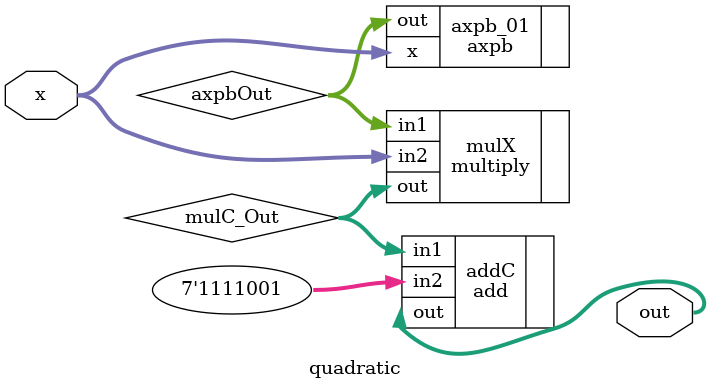
<source format=v>
/* quadratic.v : implements the quadratic formula -3(x^2) + 3(x) - 7
 * inputs : 7 bit signed number x
 */
 
 module quadratic(
    input [6:0] x,
	 output [19:0] out
    );
	 
	 wire [11:0] axpbOut;
	 wire  [18:0] mulC_Out;
	 axpb axpb_01(.x(x), .out(axpbOut));
	 multiply #(.L1(12),.L2(7)) 
			mulX(.in1(axpbOut), .in2(x), .out(mulC_Out));
	 add #(.L1(19), .L2(7))
			addC(.in1(mulC_Out), .in2(-(7'd7)), .out(out));
endmodule

</source>
